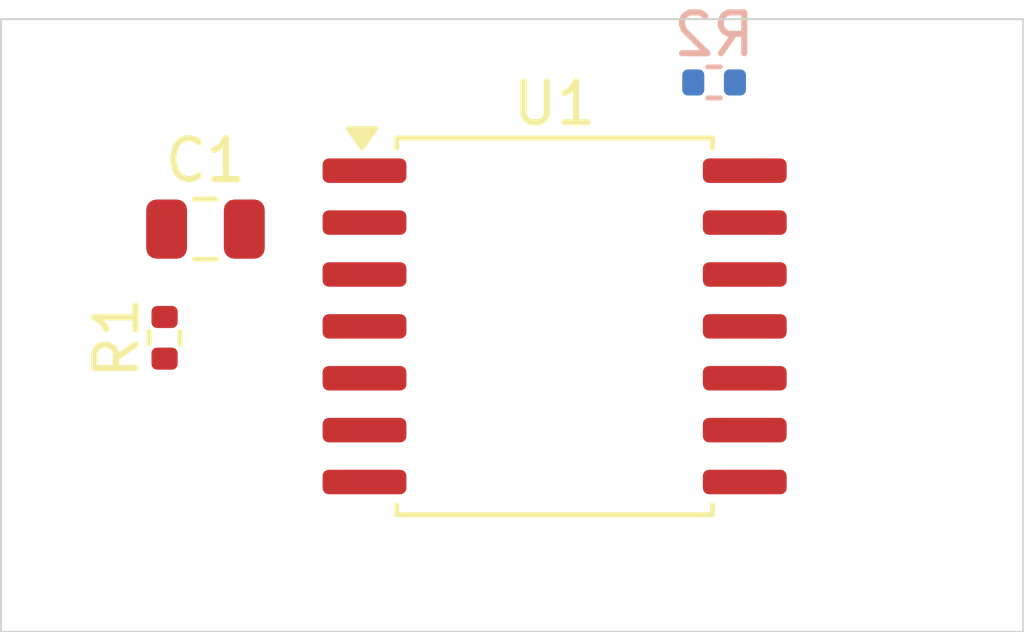
<source format=kicad_pcb>
(kicad_pcb (version 20241229) (generator "pcbnew") (generator_version "9.0")
  (layers (0 "F.Cu" signal) (4 "In1.Cu" signal) (6 "In2.Cu" signal) (2 "B.Cu" signal) (13 "F.Paste" user) (15 "B.Paste" user) (5 "F.SilkS" user "F.Silkscreen") (7 "B.SilkS" user "B.Silkscreen") (1 "F.Mask" user) (3 "B.Mask" user) (25 "Edge.Cuts" user))
  (net 0 "")
  (net 1 "GND")
  (net 2 "Net-(C1-Pad1)")
  (net 3 "VCC")
  (net 4 "Net-(U1-OUT)")
  (net 5 "Net-(U1-FB)")
  (footprint "Capacitor_SMD:C_0805_2012Metric" (layer "F.Cu") (at 110 75.14)
    (property "Reference" "C1" (at 0 -1.68 0) (layer "F.SilkS"))
    (property "Value" "C")
    (fp_line (start -0.261252 -0.735) (end 0.261252 -0.735) (stroke (width 0.12)) (layer "F.SilkS"))
    (fp_line (start -0.261252 0.735) (end 0.261252 0.735) (stroke (width 0.12)) (layer "F.SilkS"))
    (pad "1" smd roundrect (at -0.95 0) (size 1 1.45) (layers "F.Cu" "F.Mask" "F.Paste") (net 2 "Net-(C1-Pad1)"))
    (pad "2" smd roundrect (at 0.95 0) (size 1 1.45) (layers "F.Cu" "F.Mask" "F.Paste") (net 1 "GND"))
  )
  (footprint "Resistor_SMD:R_0402_1005Metric" (layer "F.Cu") (at 109 77.8 90)
    (property "Reference" "R1" (at 0 -1.17 90) (layer "F.SilkS"))
    (property "Value" "R")
    (fp_line (start -0.153641 -0.38) (end 0.153641 -0.38) (stroke (width 0.12)) (layer "F.SilkS"))
    (fp_line (start -0.153641 0.38) (end 0.153641 0.38) (stroke (width 0.12)) (layer "F.SilkS"))
    (pad "1" smd roundrect (at -0.51 0 90) (size 0.54 0.64) (layers "F.Cu" "F.Mask" "F.Paste") (net 3 "VCC"))
    (pad "2" smd roundrect (at 0.51 0 90) (size 0.54 0.64) (layers "F.Cu" "F.Mask" "F.Paste") (net 2 "Net-(C1-Pad1)"))
  )
  (footprint "Package_SO:SOIC-14W_7.5x9mm_P1.27mm" (layer "F.Cu") (at 118.54 77.52)
    (property "Reference" "U1" (at 0 -5.45 0) (layer "F.SilkS"))
    (property "Value" "LM2574HVM-3.3")
    (fp_line (start -3.86 -4.61) (end -3.86 -4.37) (stroke (width 0.12)) (layer "F.SilkS"))
    (fp_line (start -3.86 4.61) (end -3.86 4.37) (stroke (width 0.12)) (layer "F.SilkS"))
    (fp_line (start 0 -4.61) (end -3.86 -4.61) (stroke (width 0.12)) (layer "F.SilkS"))
    (fp_line (start 0 -4.61) (end 3.86 -4.61) (stroke (width 0.12)) (layer "F.SilkS"))
    (fp_line (start 0 4.61) (end -3.86 4.61) (stroke (width 0.12)) (layer "F.SilkS"))
    (fp_line (start 0 4.61) (end 3.86 4.61) (stroke (width 0.12)) (layer "F.SilkS"))
    (fp_line (start 3.86 -4.61) (end 3.86 -4.37) (stroke (width 0.12)) (layer "F.SilkS"))
    (fp_line (start 3.86 4.61) (end 3.86 4.37) (stroke (width 0.12)) (layer "F.SilkS"))
    (fp_poly (pts (xy -4.7125 -4.37) (xy -5.0525 -4.84) (xy -4.3725 -4.84)) (stroke (width 0.12)) (fill yes) (layer "F.SilkS"))
    (pad "1" smd roundrect (at -4.65 -3.81) (size 2.05 0.6) (layers "F.Cu" "F.Mask" "F.Paste"))
    (pad "2" smd roundrect (at -4.65 -2.54) (size 2.05 0.6) (layers "F.Cu" "F.Mask" "F.Paste"))
    (pad "3" smd roundrect (at -4.65 -1.27) (size 2.05 0.6) (layers "F.Cu" "F.Mask" "F.Paste") (net 5 "Net-(U1-FB)"))
    (pad "4" smd roundrect (at -4.65 0) (size 2.05 0.6) (layers "F.Cu" "F.Mask" "F.Paste") (net 1 "GND"))
    (pad "5" smd roundrect (at -4.65 1.27) (size 2.05 0.6) (layers "F.Cu" "F.Mask" "F.Paste") (net 3 "VCC"))
    (pad "6" smd roundrect (at -4.65 2.54) (size 2.05 0.6) (layers "F.Cu" "F.Mask" "F.Paste") (net 1 "GND"))
    (pad "7" smd roundrect (at -4.65 3.81) (size 2.05 0.6) (layers "F.Cu" "F.Mask" "F.Paste"))
    (pad "8" smd roundrect (at 4.65 3.81) (size 2.05 0.6) (layers "F.Cu" "F.Mask" "F.Paste"))
    (pad "9" smd roundrect (at 4.65 2.54) (size 2.05 0.6) (layers "F.Cu" "F.Mask" "F.Paste"))
    (pad "10" smd roundrect (at 4.65 1.27) (size 2.05 0.6) (layers "F.Cu" "F.Mask" "F.Paste") (net 3 "VCC"))
    (pad "11" smd roundrect (at 4.65 0) (size 2.05 0.6) (layers "F.Cu" "F.Mask" "F.Paste"))
    (pad "12" smd roundrect (at 4.65 -1.27) (size 2.05 0.6) (layers "F.Cu" "F.Mask" "F.Paste") (net 4 "Net-(U1-OUT)"))
    (pad "13" smd roundrect (at 4.65 -2.54) (size 2.05 0.6) (layers "F.Cu" "F.Mask" "F.Paste"))
    (pad "14" smd roundrect (at 4.65 -3.81) (size 2.05 0.6) (layers "F.Cu" "F.Mask" "F.Paste"))
  )
  (footprint "Resistor_SMD:R_0402_1005Metric" (layer "B.Cu") (at 122.44 71.55 180)
    (property "Reference" "R2" (at 0 1.17 0) (layer "B.SilkS") (effects (justify mirror)))
    (property "Value" "R")
    (fp_line (start -0.153641 0.38) (end 0.153641 0.38) (stroke (width 0.12)) (layer "B.SilkS"))
    (fp_line (start -0.153641 -0.38) (end 0.153641 -0.38) (stroke (width 0.12)) (layer "B.SilkS"))
    (pad "1" smd roundrect (at -0.51 0 180) (size 0.54 0.64) (layers "B.Cu" "B.Mask" "B.Paste") (net 5 "Net-(U1-FB)"))
    (pad "2" smd roundrect (at 0.51 0 180) (size 0.54 0.64) (layers "B.Cu" "B.Mask" "B.Paste") (net 4 "Net-(U1-OUT)"))
  )
  (gr_rect (start 105 70) (end 130 85) (stroke (width 0.05)) (fill no) (layer "Edge.Cuts"))
)
</source>
